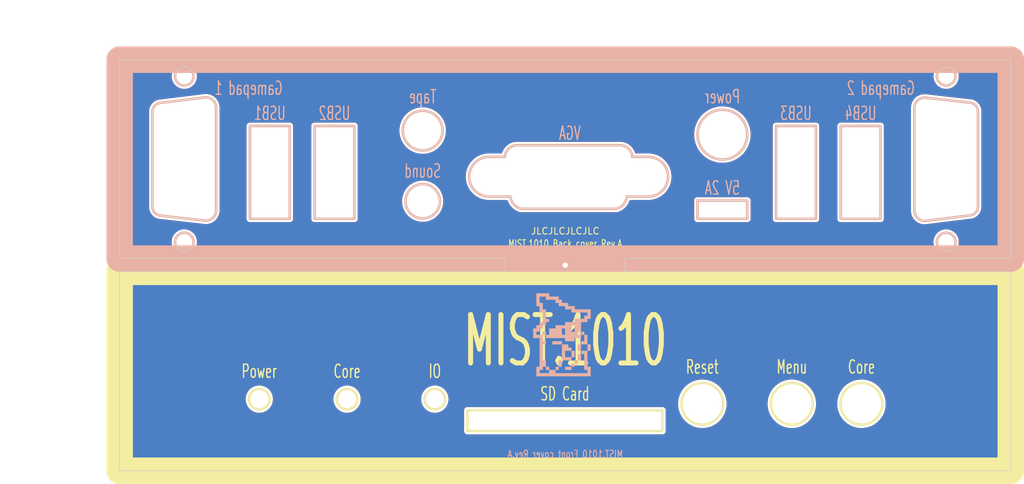
<source format=kicad_pcb>
(kicad_pcb (version 20210424) (generator pcbnew)
  (layers (0 "F.Cu" signal) (31 "B.Cu" signal) (34 "B.Paste" user) (35 "F.Paste" user) (36 "B.SilkS" user "B.Silkscreen") (37 "F.SilkS" user "F.Silkscreen") (38 "B.Mask" user) (39 "F.Mask" user) (44 "Edge.Cuts" user))
  (net 0 "")
  (net 1 "COMMON")
  (footprint "my:black-mage" (layer "B.Cu") (at 144 102.5 180)
    (fp_text reference "G***" hide)
    (fp_text value "LOGO" hide)
    (fp_poly (pts (xy 0 -0.962526) (xy 1.443789 -0.962526) (xy 1.443789 -1.443789) (xy 0 -1.443789) (xy 0 -0.962526)) (layer "B.SilkS") (width 0.01) (fill solid))
    (fp_poly (pts (xy -1.44379 -3.850105) (xy -1.44379 -3.368842) (xy -1.925053 -3.368842) (xy -1.925053 -2.406316) (xy -1.44379 -2.406316) (xy -1.44379 -3.368842) (xy -0.481263 -3.368842) (xy -0.481263 -2.406316) (xy -1.44379 -2.406316) (xy -1.44379 -1.925052) (xy -0.962527 -1.925052) (xy -0.962527 -1.443789) (xy 0 -1.443789) (xy 0 -3.850105) (xy -1.44379 -3.850105)) (layer "B.SilkS") (width 0.01) (fill solid))
    (fp_poly (pts (xy -1.925053 -4.812631) (xy -1.925053 -4.331368) (xy -1.44379 -4.331368) (xy -1.44379 -4.812631) (xy -1.925053 -4.812631)) (layer "B.SilkS") (width 0.01) (fill solid))
    (fp_poly (pts (xy 0.962526 -4.812631) (xy 0.962526 -5.293895) (xy 0.481263 -5.293895) (xy 0.481263 -4.812631) (xy 0.962526 -4.812631)) (layer "B.SilkS") (width 0.01) (fill solid))
    (fp_poly (pts (xy -0.481263 -4.812631) (xy -0.481263 -5.293895) (xy -1.44379 -5.293895) (xy -1.44379 -4.812631) (xy -0.481263 -4.812631)) (layer "B.SilkS") (width 0.01) (fill solid))
    (fp_poly (pts (xy -2.887579 -3.850105) (xy -2.887579 -2.887579) (xy -2.406316 -2.887579) (xy -2.406316 -3.850105) (xy -2.887579 -3.850105)) (layer "B.SilkS") (width 0.01) (fill solid))
    (fp_poly (pts (xy 2.406316 -5.293895) (xy 1.925052 -5.293895) (xy 1.925052 -4.812631) (xy 2.406316 -4.812631) (xy 2.406316 -5.293895)) (layer "B.SilkS") (width 0.01) (fill solid))
    (fp_poly (pts (xy -2.406316 -4.331368) (xy -2.406316 -3.850105) (xy -1.925053 -3.850105) (xy -1.925053 -4.331368) (xy -2.406316 -4.331368)) (layer "B.SilkS") (width 0.01) (fill solid))
    (fp_poly (pts (xy 0 -4.812631) (xy 0 -3.850105) (xy 0.481263 -3.850105) (xy 0.481263 -4.812631) (xy 0 -4.812631)) (layer "B.SilkS") (width 0.01) (fill solid))
    (fp_poly (pts (xy 3.850105 4.331369) (xy 3.368842 4.331369) (xy 3.368842 3.368842) (xy 2.887579 3.368842) (xy 2.887579 1.925053) (xy 3.368842 1.925053) (xy 3.368842 1.44379) (xy 3.850105 1.44379) (xy 3.850105 0.962527) (xy 4.331368 0.962527) (xy 4.331368 -0.481263) (xy 3.368842 -0.481263) (xy 3.368842 -4.812631) (xy 3.850105 -4.812631) (xy 3.850105 -6.256421) (xy -4.331369 -6.256421) (xy -4.331369 -4.812631) (xy -3.850105 -4.812631) (xy -3.850105 -2.406316) (xy -4.331369 -2.406316) (xy -4.331369 -1.443789) (xy -3.850105 -1.443789) (xy -3.850105 -2.406316) (xy -2.887579 -2.406316) (xy -2.887579 -2.887579) (xy -3.368842 -2.887579) (xy -3.368842 -5.293895) (xy -3.850105 -5.293895) (xy -3.850105 -5.775158) (xy 0.962526 -5.775158) (xy 0.962526 -5.293895) (xy 1.925052 -5.293895) (xy 1.925052 -5.775158) (xy 3.368842 -5.775158) (xy 3.368842 -5.293895) (xy 2.887579 -5.293895) (xy 2.887579 -4.812631) (xy 2.406316 -4.812631) (xy 2.406316 -3.850105) (xy 2.887579 -3.850105) (xy 2.887579 -1.443789) (xy 2.406316 -1.443789) (xy 2.406316 -0.962526) (xy 2.887579 -0.962526) (xy 2.887579 0) (xy 3.850105 0) (xy 3.850105 0.481263) (xy 3.368842 0.481263) (xy 3.368842 0.962527) (xy 2.887579 0.962527) (xy 2.887579 1.44379) (xy 2.406316 1.44379) (xy 2.406316 1.925053) (xy 1.925052 1.925053) (xy 1.925052 2.406316) (xy 2.406316 2.406316) (xy 2.406316 3.850105) (xy 2.887579 3.850105) (xy 2.887579 4.812632) (xy 3.368842 4.812632) (xy 3.368842 5.775158) (xy 2.406316 5.775158) (xy 2.406316 5.293895) (xy 0.962526 5.293895) (xy 0.962526 4.812632) (xy 0.481263 4.812632) (xy 0.481263 4.331369) (xy -0.481263 4.331369) (xy -0.481263 3.850105) (xy -1.44379 3.850105) (xy -1.44379 3.368842) (xy -3.850105 3.368842) (xy -3.850105 2.887579) (xy -3.368842 2.887579) (xy -3.368842 2.406316) (xy -1.925053 2.406316) (xy -1.925053 1.925053) (xy -0.481263 1.925053) (xy -0.481263 1.44379) (xy 0.962526 1.44379) (xy 0.962526 0.962527) (xy 1.925052 0.962527) (xy 1.925052 0) (xy 2.406316 0) (xy 2.406316 -0.481263) (xy -0.481263 -0.481263) (xy -0.481263 -0.962526) (xy -1.925053 -0.962526) (xy -1.925053 -0.481263) (xy -2.887579 -0.481263) (xy -2.887579 0) (xy -3.368842 0) (xy -3.368842 -0.962526) (xy -2.887579 -0.962526) (xy -2.887579 -1.443789) (xy -3.850105 -1.443789) (xy -3.850105 0) (xy -3.368842 0) (xy -3.368842 0.481263) (xy -2.887579 0.481263) (xy -2.887579 0) (xy -2.406316 0) (xy -2.406316 0.481263) (xy -2.887579 0.481263) (xy -2.887579 1.44379) (xy -1.925053 1.44379) (xy -1.925053 0.481263) (xy -1.44379 0.481263) (xy -1.44379 0.962527) (xy -0.481263 0.962527) (xy -0.481263 0) (xy 0 0) (xy 0 0.962527) (xy -0.481263 0.962527) (xy -1.44379 0.962527) (xy -1.44379 1.44379) (xy -1.925053 1.44379) (xy -2.887579 1.44379) (xy -2.887579 1.925053) (xy -3.850105 1.925053) (xy -3.850105 2.406316) (xy -4.331369 2.406316) (xy -4.331369 3.850105) (xy -1.925053 3.850105) (xy -1.925053 4.331369) (xy -0.962527 4.331369) (xy -0.962527 4.812632) (xy 0 4.812632) (xy 0 5.293895) (xy 0.481263 5.293895) (xy 0.481263 5.775158) (xy 1.925052 5.775158) (xy 1.925052 6.256421) (xy 3.850105 6.256421) (xy 3.850105 4.331369)) (layer "B.SilkS") (width 0.01) (fill solid))
    (fp_poly (pts (xy -2.406316 -2.406316) (xy -2.887579 -2.406316) (xy -2.887579 -1.443789) (xy -2.406316 -1.443789) (xy -2.406316 -2.406316)) (layer "B.SilkS") (width 0.01) (fill solid))
    (fp_poly (pts (xy 2.887579 0) (xy 2.406316 0) (xy 2.406316 0.481263) (xy 2.887579 0.481263) (xy 2.887579 0)) (layer "B.SilkS") (width 0.01) (fill solid))
  )
  (gr_arc (start 157.01 78.65) (end 157.01 81.65) (angle -180) (layer "B.SilkS") (width 0.4))
  (gr_circle (center 168.2 72.3) (end 171.95 72.3) (layer "B.SilkS") (width 0.4) (fill none))
  (gr_arc (start 198.700885 68.266794) (end 198.949999 66.735425) (angle -100.8510762) (layer "B.SilkS") (width 0.4))
  (gr_line (start 205.7 84.46423) (end 198.949999 85.29977) (layer "B.SilkS") (width 0.4))
  (gr_rect (start 96.95 71) (end 102.95 85) (layer "B.SilkS") (width 0.4) (fill none))
  (gr_arc (start 83.579762 68.83577) (end 82.25 68.83577) (angle 77.85508317) (layer "B.SilkS") (width 0.4))
  (gr_arc (start 205.420238 83.16423) (end 206.75 83.16423) (angle 77.85508317) (layer "B.SilkS") (width 0.4))
  (gr_line (start 83.3 67.53577) (end 90.050001 66.70023) (layer "B.SilkS") (width 0.4))
  (gr_circle (center 201.95 63.5) (end 203.35 63.5) (layer "B.SilkS") (width 0.4) (fill none))
  (gr_line (start 133.01 81.65) (end 136.21 81.65) (layer "B.SilkS") (width 0.4))
  (gr_circle (center 201.95 88.5) (end 203.35 88.5) (layer "B.SilkS") (width 0.4) (fill none))
  (gr_line (start 133.01 75.65) (end 135.41 75.65) (layer "B.SilkS") (width 0.4))
  (gr_line (start 153.81 81.65) (end 157.01 81.65) (layer "B.SilkS") (width 0.4))
  (gr_line (start 83.3 84.500231) (end 90.050001 85.264575) (layer "B.SilkS") (width 0.4))
  (gr_arc (start 152.751694 75.760874) (end 154.61 75.65) (angle -88.19696796) (layer "B.SilkS") (width 0.4))
  (gr_line (start 154.61 75.65) (end 157.01 75.65) (layer "B.SilkS") (width 0.4))
  (gr_rect (start 106.7 71) (end 112.7 85) (layer "B.SilkS") (width 0.4) (fill none))
  (gr_rect (start 77.3 61) (end 211.7 91) (layer "B.SilkS") (width 4) (fill none))
  (gr_line (start 82.25 68.83577) (end 82.250001 83.200234) (layer "B.SilkS") (width 0.4))
  (gr_arc (start 90.299115 83.733206) (end 90.050001 85.264575) (angle -100.8510762) (layer "B.SilkS") (width 0.4))
  (gr_arc (start 138.402462 81.359668) (end 137.845539 83.5) (angle 67.87145488) (layer "B.SilkS") (width 0.4))
  (gr_line (start 206.75 83.16423) (end 206.749999 68.799766) (layer "B.SilkS") (width 0.4))
  (gr_line (start 197.15 83.724769) (end 197.15 68.310425) (layer "B.SilkS") (width 0.4))
  (gr_arc (start 198.700725 83.768584) (end 197.15 83.724769) (angle -100.8649601) (layer "B.SilkS") (width 0.4))
  (gr_arc (start 151.612849 81.366653) (end 153.81 81.65) (angle 67.01393943) (layer "B.SilkS") (width 0.4))
  (gr_rect (start 164.45 82.25) (end 171.95 85) (layer "B.SilkS") (width 0.4) (fill none))
  (gr_circle (center 87.05 88.5) (end 88.45 88.5) (layer "B.SilkS") (width 0.4) (fill none))
  (gr_arc (start 90.299275 68.231416) (end 91.85 68.275231) (angle -100.8649601) (layer "B.SilkS") (width 0.4))
  (gr_line (start 91.85 68.275231) (end 91.85 83.689575) (layer "B.SilkS") (width 0.4))
  (gr_arc (start 133.01 78.65) (end 133.01 75.65) (angle -180) (layer "B.SilkS") (width 0.4))
  (gr_line (start 137.285 73.9) (end 152.699344 73.9) (layer "B.SilkS") (width 0.4))
  (gr_arc (start 83.579116 83.200754) (end 83.3 84.500231) (angle 77.9) (layer "B.SilkS") (width 0.4))
  (gr_circle (center 87.05 63.5) (end 88.45 63.5) (layer "B.SilkS") (width 0.4) (fill none))
  (gr_rect (start 186.05 71) (end 192.05 85) (layer "B.SilkS") (width 0.4) (fill none))
  (gr_circle (center 123 82.35) (end 125.6 82.35) (layer "B.SilkS") (width 0.4) (fill none))
  (gr_line (start 205.7 67.499769) (end 198.949999 66.735425) (layer "B.SilkS") (width 0.4))
  (gr_line (start 137.845539 83.5) (end 152.210003 83.499999) (layer "B.SilkS") (width 0.4))
  (gr_circle (center 123 71.7) (end 126 71.7) (layer "B.SilkS") (width 0.4) (fill none))
  (gr_arc (start 137.233451 75.724234) (end 137.285 73.9) (angle -89.28736199) (layer "B.SilkS") (width 0.4))
  (gr_arc (start 205.420884 68.799246) (end 205.7 67.499769) (angle 77.9) (layer "B.SilkS") (width 0.4))
  (gr_rect (start 176.3 71) (end 182.3 85) (layer "B.SilkS") (width 0.4) (fill none))
  (gr_rect (start 77.3 93) (end 211.7 123) (layer "F.SilkS") (width 4) (fill none))
  (gr_circle (center 189.175 112.9) (end 192.325 112.9) (layer "F.SilkS") (width 0.4) (fill none))
  (gr_circle (center 98.36 112.2) (end 99.91 112.2) (layer "F.SilkS") (width 0.4) (fill none))
  (gr_circle (center 178.675 112.9) (end 181.825 112.9) (layer "F.SilkS") (width 0.4) (fill none))
  (gr_circle (center 165.175 112.9) (end 168.325 112.9) (layer "F.SilkS") (width 0.4) (fill none))
  (gr_rect (start 129.75 117) (end 159.15 113.9) (layer "F.SilkS") (width 0.4) (fill none))
  (gr_circle (center 111.6 112.2) (end 113.15 112.2) (layer "F.SilkS") (width 0.4) (fill none))
  (gr_circle (center 124.8375 112.2) (end 126.3875 112.2) (layer "F.SilkS") (width 0.4) (fill none))
  (gr_arc (start 152.751694 75.760874) (end 154.61 75.65) (angle -88.19696796) (layer "Edge.Cuts") (width 0.1))
  (gr_arc (start 83.578978 68.83577) (end 82.249216 68.83577) (angle 77.85508317) (layer "Edge.Cuts") (width 0.1))
  (gr_arc (start 151.612849 81.366653) (end 153.81 81.65) (angle 67.01393943) (layer "Edge.Cuts") (width 0.1))
  (gr_line (start 205.700784 67.499769) (end 198.950783 66.735425) (layer "Edge.Cuts") (width 0.1))
  (gr_line (start 137.285 73.9) (end 152.699344 73.9) (layer "Edge.Cuts") (width 0.1))
  (gr_circle (center 189.175 112.9) (end 192.325 112.9) (layer "Edge.Cuts") (width 0.1) (fill none))
  (gr_arc (start 157.01 78.65) (end 157.01 81.65) (angle -180) (layer "Edge.Cuts") (width 0.1))
  (gr_circle (center 123 82.35) (end 125.6 82.35) (layer "Edge.Cuts") (width 0.1) (fill none))
  (gr_line (start 133.01 81.65) (end 136.21 81.65) (layer "Edge.Cuts") (width 0.1))
  (gr_rect (start 164.45 82.25) (end 171.95 85) (layer "Edge.Cuts") (width 0.1) (fill none))
  (gr_arc (start 205.421668 68.799246) (end 205.700784 67.499769) (angle 77.9) (layer "Edge.Cuts") (width 0.1))
  (gr_circle (center 124.8375 112.2) (end 126.3875 112.2) (layer "Edge.Cuts") (width 0.1) (fill none))
  (gr_line (start 154.61 75.65) (end 157.01 75.65) (layer "Edge.Cuts") (width 0.1))
  (gr_line (start 133.01 75.65) (end 135.41 75.65) (layer "Edge.Cuts") (width 0.1))
  (gr_line (start 211.7 93) (end 211.7 123) (layer "Edge.Cuts") (width 0.1))
  (gr_line (start 77.3 91) (end 77.3 61) (layer "Edge.Cuts") (width 0.1))
  (gr_line (start 77.3 123) (end 77.3 93) (layer "Edge.Cuts") (width 0.1))
  (gr_arc (start 198.701509 83.768584) (end 197.150784 83.724769) (angle -100.8649601) (layer "Edge.Cuts") (width 0.1))
  (gr_line (start 135.5 91) (end 77.3 91) (layer "Edge.Cuts") (width 0.1))
  (gr_circle (center 123 71.7) (end 126 71.7) (layer "Edge.Cuts") (width 0.1) (fill none))
  (gr_line (start 197.150784 83.724769) (end 197.150784 68.310425) (layer "Edge.Cuts") (width 0.1))
  (gr_circle (center 201.95 88.5) (end 203.35 88.5) (layer "Edge.Cuts") (width 0.1) (fill none))
  (gr_line (start 77.3 61) (end 211.7 61) (layer "Edge.Cuts") (width 0.1))
  (gr_circle (center 168.2 72.3) (end 171.95 72.3) (layer "Edge.Cuts") (width 0.1) (fill none))
  (gr_circle (center 178.675 112.9) (end 181.825 112.9) (layer "Edge.Cuts") (width 0.1) (fill none))
  (gr_line (start 83.299216 84.500231) (end 90.049217 85.264575) (layer "Edge.Cuts") (width 0.1))
  (gr_circle (center 87.05 88.5) (end 88.45 88.5) (layer "Edge.Cuts") (width 0.1) (fill none))
  (gr_line (start 77.3 93) (end 135.5 93) (layer "Edge.Cuts") (width 0.1))
  (gr_arc (start 90.298331 83.733206) (end 90.049217 85.264575) (angle -100.8510762) (layer "Edge.Cuts") (width 0.1))
  (gr_line (start 205.700784 84.46423) (end 198.950783 85.29977) (layer "Edge.Cuts") (width 0.1))
  (gr_arc (start 138.402462 81.359668) (end 137.845539 83.5) (angle 67.87145488) (layer "Edge.Cuts") (width 0.1))
  (gr_line (start 153.81 81.65) (end 157.01 81.65) (layer "Edge.Cuts") (width 0.1))
  (gr_line (start 83.299216 67.53577) (end 90.049217 66.70023) (layer "Edge.Cuts") (width 0.1))
  (gr_arc (start 205.421022 83.16423) (end 206.750784 83.16423) (angle 77.85508317) (layer "Edge.Cuts") (width 0.1))
  (gr_circle (center 87.05 63.5) (end 88.45 63.5) (layer "Edge.Cuts") (width 0.1) (fill none))
  (gr_arc (start 137.233451 75.724234) (end 137.285 73.9) (angle -89.28736199) (layer "Edge.Cuts") (width 0.1))
  (gr_rect (start 186.05 71) (end 192.05 85) (layer "Edge.Cuts") (width 0.1) (fill none))
  (gr_line (start 206.750784 83.16423) (end 206.750783 68.799766) (layer "Edge.Cuts") (width 0.1))
  (gr_rect (start 176.3 71) (end 182.3 85) (layer "Edge.Cuts") (width 0.1) (fill none))
  (gr_line (start 82.249216 68.83577) (end 82.249217 83.200234) (layer "Edge.Cuts") (width 0.1))
  (gr_line (start 211.7 91) (end 153.5 91) (layer "Edge.Cuts") (width 0.1))
  (gr_circle (center 98.36 112.2) (end 99.91 112.2) (layer "Edge.Cuts") (width 0.1) (fill none))
  (gr_line (start 211.7 61) (end 211.7 91) (layer "Edge.Cuts") (width 0.1))
  (gr_rect (start 96.95 71) (end 102.95 85) (layer "Edge.Cuts") (width 0.1) (fill none))
  (gr_line (start 153.5 93) (end 211.7 93) (layer "Edge.Cuts") (width 0.1))
  (gr_line (start 211.7 123) (end 77.3 123) (layer "Edge.Cuts") (width 0.1))
  (gr_line (start 137.845539 83.5) (end 152.210003 83.499999) (layer "Edge.Cuts") (width 0.1))
  (gr_arc (start 133.01 78.65) (end 133.01 75.65) (angle -180) (layer "Edge.Cuts") (width 0.1))
  (gr_arc (start 198.701669 68.266794) (end 198.950783 66.735425) (angle -100.8510762) (layer "Edge.Cuts") (width 0.1))
  (gr_rect (start 106.7 71) (end 112.7 85) (layer "Edge.Cuts") (width 0.1) (fill none))
  (gr_arc (start 90.298491 68.231416) (end 91.849216 68.275231) (angle -100.8649601) (layer "Edge.Cuts") (width 0.1))
  (gr_circle (center 111.6 112.2) (end 113.15 112.2) (layer "Edge.Cuts") (width 0.1) (fill none))
  (gr_line (start 153.5 93) (end 153.5 91) (layer "Edge.Cuts") (width 0.1))
  (gr_circle (center 165.175 112.9) (end 168.325 112.9) (layer "Edge.Cuts") (width 0.1) (fill none))
  (gr_line (start 135.5 91) (end 135.5 93) (layer "Edge.Cuts") (width 0.1))
  (gr_rect (start 129.75 117) (end 159.15 113.9) (layer "Edge.Cuts") (width 0.1) (fill none))
  (gr_line (start 91.849216 68.275231) (end 91.849216 83.689575) (layer "Edge.Cuts") (width 0.1))
  (gr_circle (center 201.95 63.5) (end 200.55 63.5) (layer "Edge.Cuts") (width 0.1) (fill none))
  (gr_arc (start 83.578332 83.200754) (end 83.299216 84.500231) (angle 77.9) (layer "Edge.Cuts") (width 0.1))
  (gr_text "Gamepad 1" (at 96.749216 65.3) (layer "B.SilkS") (effects (font (size 2 1.2) (thickness 0.2)) (justify mirror)))
  (gr_text "Gamepad 2" (at 192.1 65.3) (layer "B.SilkS") (effects (font (size 2 1.2) (thickness 0.2)) (justify mirror)))
  (gr_text "USB4" (at 189.05 69.1) (layer "B.SilkS") (effects (font (size 2 1.2) (thickness 0.2)) (justify mirror)))
  (gr_text "Tape" (at 123 66.6) (layer "B.SilkS") (effects (font (size 2 1.2) (thickness 0.2)) (justify mirror)))
  (gr_text "Sound" (at 123 77.8) (layer "B.SilkS") (effects (font (size 2 1.2) (thickness 0.2)) (justify mirror)))
  (gr_text "USB2" (at 109.7 69.1) (layer "B.SilkS") (effects (font (size 2 1.2) (thickness 0.2)) (justify mirror)))
  (gr_text "USB1" (at 99.95 69.1) (layer "B.SilkS") (effects (font (size 2 1.2) (thickness 0.2)) (justify mirror)))
  (gr_text "USB3" (at 179.3 69.1) (layer "B.SilkS") (effects (font (size 2 1.2) (thickness 0.2)) (justify mirror)))
  (gr_text "5V 2A" (at 168.2 80.35) (layer "B.SilkS") (effects (font (size 2 1.2) (thickness 0.2)) (justify mirror)))
  (gr_text "VGA" (at 145.2 72.1) (layer "B.SilkS") (effects (font (size 2 1.2) (thickness 0.2)) (justify mirror)))
  (gr_text "MIST.1010 Front cover Rev.A" (at 144.5 120.5) (layer "B.SilkS") (effects (font (size 1.1 0.8) (thickness 0.14)) (justify mirror)))
  (gr_text "Power" (at 168.2 66.6) (layer "B.SilkS") (effects (font (size 2 1.2) (thickness 0.2)) (justify mirror)))
  (gr_text "Core" (at 111.6 108) (layer "F.SilkS") (effects (font (size 2 1.2) (thickness 0.2))))
  (gr_text "JLCJLCJLCJLC" (at 144.5 86.85) (layer "F.SilkS") (effects (font (size 1 1))))
  (gr_text "MIST.1010 Back cover Rev.A" (at 144.5 88.75) (layer "F.SilkS") (effects (font (size 1.1 0.8) (thickness 0.14))))
  (gr_text "Reset" (at 165.175 107.35) (layer "F.SilkS") (effects (font (size 2 1.2) (thickness 0.2))))
  (gr_text "Menu" (at 178.675 107.35) (layer "F.SilkS") (effects (font (size 2 1.2) (thickness 0.2))))
  (gr_text "MIST.1010" (at 128.786905 103.4) (layer "F.SilkS") (effects (font (size 7.3 4) (thickness 0.75)) (justify left)))
  (gr_text "IO" (at 124.8375 108) (layer "F.SilkS") (effects (font (size 2 1.2) (thickness 0.2))))
  (gr_text "Power" (at 98.36 108) (layer "F.SilkS") (effects (font (size 2 1.2) (thickness 0.2))))
  (gr_text "Core" (at 189.175 107.35) (layer "F.SilkS") (effects (font (size 2 1.2) (thickness 0.2))))
  (gr_text "SD Card" (at 144.45 111.4) (layer "F.SilkS") (effects (font (size 2 1.2) (thickness 0.2))))
  (via (at 144.5 92) (size 1.2) (drill 0.8) (layers "F.Cu" "B.Cu") (net 1))
  (zone (net 1) (net_name "COMMON") (layers F&B.Cu) (connect_pads (clearance 0.508)) (min_thickness 0.254) (fill yes (thermal_gap 0.508) (thermal_bridge_width 0.508) (island_removal_mode 1) (island_area_min 0))
    (polygon (pts (xy 212 123.1) (xy 77 123.1) (xy 77 60.75) (xy 212 60.75)))
  )
)
</source>
